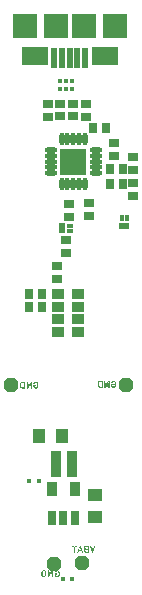
<source format=gbs>
G04 Layer_Color=16711935*
%FSLAX25Y25*%
%MOIN*%
G70*
G01*
G75*
%ADD60R,0.03556X0.02768*%
%ADD61R,0.04343X0.04737*%
%ADD66R,0.04737X0.04343*%
%ADD69R,0.03556X0.02375*%
%ADD70R,0.01784X0.02375*%
%ADD71R,0.02768X0.03556*%
%ADD83R,0.08595X0.08595*%
%ADD84O,0.01784X0.04343*%
%ADD85O,0.04343X0.01784*%
%ADD86R,0.01811X0.01378*%
%ADD87R,0.03359X0.08674*%
%ADD88R,0.03556X0.04737*%
%ADD89R,0.03162X0.04737*%
%ADD90R,0.08280X0.08280*%
%ADD91R,0.07887X0.08280*%
%ADD92R,0.09068X0.06115*%
%ADD93R,0.02375X0.07099*%
%ADD94R,0.03937X0.03248*%
%ADD95P,0.05127X8X22.5*%
%ADD96R,0.01457X0.01673*%
%ADD97R,0.02375X0.01784*%
%ADD98R,0.02375X0.03556*%
G36*
X927638Y349700D02*
X927267D01*
Y351397D01*
X926306Y349700D01*
X925887D01*
Y352022D01*
X926258D01*
Y350306D01*
X927223Y352022D01*
X927638D01*
Y349700D01*
D02*
G37*
G36*
X929065Y352044D02*
X929145Y352030D01*
X929221Y352015D01*
X929283Y351993D01*
X929338Y351975D01*
X929360Y351964D01*
X929378Y351957D01*
X929392Y351950D01*
X929403Y351942D01*
X929407Y351939D01*
X929410D01*
X929476Y351895D01*
X929534Y351848D01*
X929585Y351797D01*
X929625Y351749D01*
X929658Y351706D01*
X929683Y351669D01*
X929691Y351655D01*
X929698Y351644D01*
X929702Y351640D01*
Y351637D01*
X929735Y351560D01*
X929760Y351484D01*
X929778Y351403D01*
X929789Y351334D01*
X929796Y351273D01*
X929800Y351243D01*
X929804Y351221D01*
Y351203D01*
Y351189D01*
Y351182D01*
Y351178D01*
Y350494D01*
X929800Y350406D01*
X929785Y350322D01*
X929771Y350250D01*
X929749Y350188D01*
X929731Y350137D01*
X929713Y350097D01*
X929709Y350082D01*
X929702Y350071D01*
X929698Y350068D01*
Y350064D01*
X929654Y349998D01*
X929607Y349940D01*
X929560Y349893D01*
X929512Y349849D01*
X929469Y349820D01*
X929436Y349795D01*
X929410Y349780D01*
X929407Y349776D01*
X929403D01*
X929330Y349744D01*
X929254Y349718D01*
X929181Y349704D01*
X929112Y349689D01*
X929054Y349682D01*
X929028D01*
X929006Y349678D01*
X928963D01*
X928872Y349682D01*
X928792Y349696D01*
X928715Y349711D01*
X928650Y349733D01*
X928599Y349751D01*
X928577Y349758D01*
X928559Y349769D01*
X928544Y349773D01*
X928533Y349780D01*
X928530Y349784D01*
X928526D01*
X928461Y349827D01*
X928402Y349875D01*
X928351Y349926D01*
X928308Y349973D01*
X928279Y350017D01*
X928253Y350053D01*
X928246Y350068D01*
X928238Y350079D01*
X928235Y350082D01*
Y350086D01*
X928202Y350162D01*
X928177Y350242D01*
X928158Y350319D01*
X928144Y350392D01*
X928137Y350453D01*
Y350479D01*
X928133Y350501D01*
Y350519D01*
Y350534D01*
Y350541D01*
Y350545D01*
Y350974D01*
X928941D01*
Y350610D01*
X928526D01*
Y350537D01*
X928530Y350486D01*
X928533Y350435D01*
X928544Y350392D01*
X928551Y350355D01*
X928562Y350326D01*
X928573Y350301D01*
X928577Y350286D01*
X928581Y350282D01*
X928602Y350242D01*
X928628Y350210D01*
X928653Y350181D01*
X928679Y350159D01*
X928701Y350140D01*
X928719Y350126D01*
X928730Y350119D01*
X928734Y350115D01*
X928770Y350097D01*
X928810Y350082D01*
X928850Y350075D01*
X928886Y350068D01*
X928916Y350064D01*
X928941Y350060D01*
X928963D01*
X929010Y350064D01*
X929057Y350068D01*
X929097Y350079D01*
X929130Y350090D01*
X929159Y350097D01*
X929181Y350108D01*
X929196Y350111D01*
X929199Y350115D01*
X929236Y350137D01*
X929265Y350162D01*
X929290Y350188D01*
X929312Y350210D01*
X929330Y350231D01*
X929341Y350250D01*
X929349Y350261D01*
X929352Y350264D01*
X929370Y350301D01*
X929385Y350341D01*
X929392Y350381D01*
X929400Y350417D01*
X929403Y350446D01*
X929407Y350472D01*
Y350486D01*
Y350494D01*
Y351178D01*
X929403Y351232D01*
X929400Y351280D01*
X929392Y351323D01*
X929381Y351360D01*
X929370Y351389D01*
X929363Y351414D01*
X929360Y351429D01*
X929356Y351433D01*
X929334Y351473D01*
X929309Y351505D01*
X929283Y351535D01*
X929258Y351556D01*
X929236Y351575D01*
X929218Y351589D01*
X929207Y351596D01*
X929203Y351600D01*
X929163Y351622D01*
X929123Y351637D01*
X929087Y351647D01*
X929050Y351655D01*
X929021Y351658D01*
X928996Y351662D01*
X928974D01*
X928908Y351655D01*
X928879Y351651D01*
X928854Y351644D01*
X928832Y351637D01*
X928814Y351633D01*
X928803Y351626D01*
X928799D01*
X928741Y351593D01*
X928715Y351575D01*
X928693Y351560D01*
X928679Y351546D01*
X928664Y351531D01*
X928657Y351524D01*
X928653Y351520D01*
X928613Y351465D01*
X928588Y351414D01*
X928577Y351393D01*
X928570Y351374D01*
X928566Y351360D01*
Y351356D01*
X928151D01*
X928169Y351433D01*
X928191Y351502D01*
X928217Y351564D01*
X928246Y351615D01*
X928268Y351658D01*
X928289Y351691D01*
X928304Y351713D01*
X928308Y351720D01*
X928355Y351775D01*
X928402Y351822D01*
X928450Y351866D01*
X928497Y351899D01*
X928537Y351924D01*
X928570Y351946D01*
X928592Y351957D01*
X928595Y351960D01*
X928599D01*
X928664Y351990D01*
X928730Y352011D01*
X928792Y352026D01*
X928850Y352037D01*
X928901Y352044D01*
X928937Y352048D01*
X928974D01*
X929065Y352044D01*
D02*
G37*
G36*
X947865Y415244D02*
X947945Y415230D01*
X948021Y415215D01*
X948083Y415193D01*
X948138Y415175D01*
X948160Y415164D01*
X948178Y415157D01*
X948192Y415149D01*
X948203Y415142D01*
X948207Y415139D01*
X948211D01*
X948276Y415095D01*
X948334Y415048D01*
X948385Y414997D01*
X948425Y414949D01*
X948458Y414906D01*
X948483Y414869D01*
X948491Y414855D01*
X948498Y414844D01*
X948502Y414840D01*
Y414837D01*
X948534Y414760D01*
X948560Y414684D01*
X948578Y414604D01*
X948589Y414534D01*
X948596Y414472D01*
X948600Y414443D01*
X948604Y414422D01*
Y414403D01*
Y414389D01*
Y414382D01*
Y414378D01*
Y413694D01*
X948600Y413606D01*
X948585Y413522D01*
X948571Y413450D01*
X948549Y413388D01*
X948531Y413337D01*
X948513Y413297D01*
X948509Y413282D01*
X948502Y413271D01*
X948498Y413268D01*
Y413264D01*
X948454Y413199D01*
X948407Y413140D01*
X948360Y413093D01*
X948312Y413049D01*
X948269Y413020D01*
X948236Y412995D01*
X948211Y412980D01*
X948207Y412976D01*
X948203D01*
X948130Y412944D01*
X948054Y412918D01*
X947981Y412904D01*
X947912Y412889D01*
X947854Y412882D01*
X947828D01*
X947806Y412878D01*
X947763D01*
X947672Y412882D01*
X947592Y412896D01*
X947515Y412911D01*
X947450Y412933D01*
X947399Y412951D01*
X947377Y412958D01*
X947359Y412969D01*
X947344Y412973D01*
X947333Y412980D01*
X947330Y412984D01*
X947326D01*
X947260Y413027D01*
X947202Y413075D01*
X947151Y413126D01*
X947108Y413173D01*
X947079Y413217D01*
X947053Y413253D01*
X947046Y413268D01*
X947038Y413279D01*
X947035Y413282D01*
Y413286D01*
X947002Y413362D01*
X946977Y413442D01*
X946958Y413519D01*
X946944Y413592D01*
X946937Y413654D01*
Y413679D01*
X946933Y413701D01*
Y413719D01*
Y413734D01*
Y413741D01*
Y413744D01*
Y414174D01*
X947741D01*
Y413810D01*
X947326D01*
Y413737D01*
X947330Y413686D01*
X947333Y413635D01*
X947344Y413592D01*
X947351Y413555D01*
X947362Y413526D01*
X947373Y413501D01*
X947377Y413486D01*
X947381Y413482D01*
X947402Y413442D01*
X947428Y413410D01*
X947453Y413380D01*
X947479Y413359D01*
X947501Y413340D01*
X947519Y413326D01*
X947530Y413319D01*
X947534Y413315D01*
X947570Y413297D01*
X947610Y413282D01*
X947650Y413275D01*
X947686Y413268D01*
X947715Y413264D01*
X947741Y413260D01*
X947763D01*
X947810Y413264D01*
X947857Y413268D01*
X947898Y413279D01*
X947930Y413289D01*
X947959Y413297D01*
X947981Y413308D01*
X947996Y413311D01*
X947999Y413315D01*
X948036Y413337D01*
X948065Y413362D01*
X948090Y413388D01*
X948112Y413410D01*
X948130Y413431D01*
X948141Y413450D01*
X948149Y413461D01*
X948152Y413464D01*
X948170Y413501D01*
X948185Y413541D01*
X948192Y413581D01*
X948200Y413617D01*
X948203Y413646D01*
X948207Y413672D01*
Y413686D01*
Y413694D01*
Y414378D01*
X948203Y414432D01*
X948200Y414480D01*
X948192Y414523D01*
X948181Y414560D01*
X948170Y414589D01*
X948163Y414614D01*
X948160Y414629D01*
X948156Y414633D01*
X948134Y414673D01*
X948109Y414705D01*
X948083Y414735D01*
X948058Y414756D01*
X948036Y414775D01*
X948018Y414789D01*
X948007Y414796D01*
X948003Y414800D01*
X947963Y414822D01*
X947923Y414837D01*
X947887Y414847D01*
X947850Y414855D01*
X947821Y414858D01*
X947796Y414862D01*
X947774D01*
X947708Y414855D01*
X947679Y414851D01*
X947654Y414844D01*
X947632Y414837D01*
X947614Y414833D01*
X947603Y414826D01*
X947599D01*
X947541Y414793D01*
X947515Y414775D01*
X947493Y414760D01*
X947479Y414746D01*
X947464Y414731D01*
X947457Y414724D01*
X947453Y414720D01*
X947413Y414665D01*
X947388Y414614D01*
X947377Y414593D01*
X947370Y414574D01*
X947366Y414560D01*
Y414556D01*
X946951D01*
X946969Y414633D01*
X946991Y414702D01*
X947017Y414764D01*
X947046Y414815D01*
X947068Y414858D01*
X947089Y414891D01*
X947104Y414913D01*
X947108Y414920D01*
X947155Y414975D01*
X947202Y415022D01*
X947250Y415066D01*
X947297Y415099D01*
X947337Y415124D01*
X947370Y415146D01*
X947392Y415157D01*
X947395Y415160D01*
X947399D01*
X947464Y415190D01*
X947530Y415211D01*
X947592Y415226D01*
X947650Y415237D01*
X947701Y415244D01*
X947737Y415248D01*
X947774D01*
X947865Y415244D01*
D02*
G37*
G36*
X925345Y349700D02*
X925123D01*
Y350064D01*
X924962D01*
Y351658D01*
X924580D01*
X924496Y351655D01*
X924424Y351640D01*
X924358Y351622D01*
X924307Y351600D01*
X924267Y351575D01*
X924238Y351556D01*
X924220Y351542D01*
X924213Y351538D01*
X924169Y351491D01*
X924136Y351436D01*
X924114Y351382D01*
X924096Y351327D01*
X924089Y351280D01*
X924085Y351240D01*
X924082Y351225D01*
Y351214D01*
Y351207D01*
Y351203D01*
Y350519D01*
X924089Y350443D01*
X924103Y350377D01*
X924122Y350319D01*
X924147Y350272D01*
X924173Y350235D01*
X924191Y350206D01*
X924205Y350191D01*
X924213Y350184D01*
X924267Y350144D01*
X924325Y350115D01*
X924387Y350093D01*
X924446Y350079D01*
X924500Y350071D01*
X924540Y350068D01*
X924558Y350064D01*
X924962D01*
Y349700D01*
X924591D01*
X924486Y349704D01*
X924395Y349715D01*
X924311Y349733D01*
X924238Y349751D01*
X924205Y349758D01*
X924180Y349765D01*
X924154Y349776D01*
X924136Y349784D01*
X924122Y349791D01*
X924111Y349795D01*
X924103Y349798D01*
X924100D01*
X924027Y349838D01*
X923965Y349886D01*
X923914Y349933D01*
X923870Y349980D01*
X923838Y350020D01*
X923812Y350057D01*
X923798Y350079D01*
X923794Y350082D01*
Y350086D01*
X923758Y350159D01*
X923732Y350235D01*
X923714Y350308D01*
X923703Y350381D01*
X923692Y350439D01*
Y350464D01*
X923688Y350486D01*
Y350504D01*
Y350519D01*
Y350526D01*
Y350530D01*
Y351192D01*
X923692Y351287D01*
X923703Y351374D01*
X923721Y351451D01*
X923739Y351516D01*
X923761Y351567D01*
X923769Y351589D01*
X923776Y351607D01*
X923783Y351622D01*
X923790Y351633D01*
X923794Y351637D01*
Y351640D01*
X923838Y351706D01*
X923885Y351764D01*
X923940Y351815D01*
X923987Y351855D01*
X924034Y351884D01*
X924071Y351906D01*
X924085Y351913D01*
X924096Y351920D01*
X924100Y351924D01*
X924103D01*
X924183Y351957D01*
X924264Y351982D01*
X924347Y351997D01*
X924424Y352011D01*
X924489Y352019D01*
X924518D01*
X924544Y352022D01*
X924962D01*
Y351658D01*
X925123D01*
Y352022D01*
X925345D01*
Y349700D01*
D02*
G37*
G36*
X940936Y357900D02*
X940612D01*
X939844Y360222D01*
X940248D01*
X940772Y358537D01*
X941300Y360222D01*
X941704D01*
X940936Y357900D01*
D02*
G37*
G36*
X937649D02*
X937237D01*
X937084Y358340D01*
X937237D01*
Y358704D01*
X936958D01*
X937084Y358340D01*
X936189D01*
X936316Y358704D01*
X936014D01*
Y358340D01*
X936189D01*
X936036Y357900D01*
X935625D01*
X936498Y360222D01*
X936775D01*
X937649Y357900D01*
D02*
G37*
G36*
X939542D02*
X939349D01*
Y358260D01*
X939159D01*
Y358912D01*
X938581D01*
X938540Y358905D01*
X938508Y358901D01*
X938479Y358894D01*
X938457Y358886D01*
X938439Y358879D01*
X938428Y358875D01*
X938424Y358872D01*
X938395Y358857D01*
X938373Y358839D01*
X938351Y358821D01*
X938337Y358803D01*
X938322Y358785D01*
X938315Y358770D01*
X938307Y358763D01*
Y358759D01*
X938293Y358730D01*
X938286Y358701D01*
X938271Y358646D01*
Y358621D01*
X938268Y358602D01*
Y358588D01*
Y358584D01*
Y358581D01*
X938271Y358526D01*
X938282Y358479D01*
X938300Y358439D01*
X938315Y358406D01*
X938333Y358381D01*
X938351Y358359D01*
X938362Y358348D01*
X938366Y358344D01*
X938406Y358315D01*
X938453Y358297D01*
X938504Y358282D01*
X938551Y358271D01*
X938595Y358264D01*
X938632Y358260D01*
X939159D01*
Y357900D01*
X938581D01*
X938504Y357904D01*
X938431Y357911D01*
X938369Y357926D01*
X938315Y357940D01*
X938271Y357951D01*
X938238Y357965D01*
X938216Y357973D01*
X938209Y357976D01*
X938151Y358009D01*
X938104Y358042D01*
X938060Y358078D01*
X938027Y358115D01*
X938002Y358148D01*
X937980Y358173D01*
X937969Y358188D01*
X937965Y358195D01*
X937936Y358249D01*
X937918Y358308D01*
X937903Y358366D01*
X937893Y358417D01*
X937885Y358464D01*
X937882Y358501D01*
Y358515D01*
Y358526D01*
Y358530D01*
Y358533D01*
Y358537D01*
X937885Y358592D01*
X937889Y358639D01*
X937900Y358683D01*
X937907Y358723D01*
X937918Y358755D01*
X937929Y358777D01*
X937933Y358795D01*
X937936Y358799D01*
X937958Y358839D01*
X937984Y358879D01*
X938013Y358912D01*
X938038Y358941D01*
X938064Y358963D01*
X938082Y358977D01*
X938096Y358988D01*
X938100Y358992D01*
X938140Y359017D01*
X938184Y359039D01*
X938227Y359057D01*
X938264Y359068D01*
X938300Y359079D01*
X938326Y359087D01*
X938344Y359090D01*
X938351D01*
X938300Y359101D01*
X938253Y359116D01*
X938213Y359130D01*
X938177Y359149D01*
X938151Y359163D01*
X938129Y359174D01*
X938115Y359181D01*
X938111Y359185D01*
X938075Y359214D01*
X938045Y359243D01*
X938020Y359272D01*
X937998Y359301D01*
X937984Y359323D01*
X937973Y359341D01*
X937965Y359356D01*
X937962Y359360D01*
X937943Y359400D01*
X937933Y359440D01*
X937922Y359480D01*
X937918Y359516D01*
X937914Y359545D01*
X937911Y359571D01*
Y359585D01*
Y359593D01*
X937914Y359665D01*
X937922Y359727D01*
X937936Y359786D01*
X937951Y359837D01*
X937965Y359876D01*
X937980Y359906D01*
X937987Y359924D01*
X937991Y359931D01*
X938024Y359982D01*
X938060Y360026D01*
X938100Y360062D01*
X938140Y360091D01*
X938173Y360117D01*
X938202Y360131D01*
X938220Y360142D01*
X938224Y360146D01*
X938227D01*
X938289Y360171D01*
X938355Y360190D01*
X938417Y360204D01*
X938479Y360211D01*
X938530Y360219D01*
X938573Y360222D01*
X939159D01*
Y359862D01*
X939349D01*
Y360222D01*
X939542D01*
Y357900D01*
D02*
G37*
G36*
X935621Y359858D02*
X934977D01*
Y360033D01*
X934595D01*
Y359858D01*
X934977D01*
Y357900D01*
X934595D01*
Y359858D01*
X933950D01*
Y360222D01*
X935621D01*
Y359858D01*
D02*
G37*
G36*
X921965Y414944D02*
X922045Y414930D01*
X922121Y414915D01*
X922183Y414893D01*
X922238Y414875D01*
X922260Y414864D01*
X922278Y414857D01*
X922292Y414850D01*
X922303Y414842D01*
X922307Y414839D01*
X922311D01*
X922376Y414795D01*
X922434Y414748D01*
X922485Y414697D01*
X922525Y414649D01*
X922558Y414606D01*
X922583Y414569D01*
X922591Y414555D01*
X922598Y414544D01*
X922602Y414540D01*
Y414537D01*
X922635Y414460D01*
X922660Y414384D01*
X922678Y414303D01*
X922689Y414234D01*
X922696Y414173D01*
X922700Y414143D01*
X922704Y414121D01*
Y414103D01*
Y414089D01*
Y414081D01*
Y414078D01*
Y413393D01*
X922700Y413306D01*
X922685Y413222D01*
X922671Y413150D01*
X922649Y413088D01*
X922631Y413037D01*
X922613Y412997D01*
X922609Y412982D01*
X922602Y412971D01*
X922598Y412968D01*
Y412964D01*
X922554Y412898D01*
X922507Y412840D01*
X922460Y412793D01*
X922412Y412749D01*
X922369Y412720D01*
X922336Y412695D01*
X922311Y412680D01*
X922307Y412676D01*
X922303D01*
X922230Y412644D01*
X922154Y412618D01*
X922081Y412604D01*
X922012Y412589D01*
X921954Y412582D01*
X921928D01*
X921906Y412578D01*
X921863D01*
X921772Y412582D01*
X921692Y412596D01*
X921615Y412611D01*
X921550Y412633D01*
X921499Y412651D01*
X921477Y412658D01*
X921459Y412669D01*
X921444Y412673D01*
X921433Y412680D01*
X921430Y412684D01*
X921426D01*
X921360Y412727D01*
X921302Y412775D01*
X921251Y412826D01*
X921208Y412873D01*
X921179Y412917D01*
X921153Y412953D01*
X921146Y412968D01*
X921138Y412979D01*
X921135Y412982D01*
Y412986D01*
X921102Y413062D01*
X921077Y413142D01*
X921058Y413219D01*
X921044Y413292D01*
X921037Y413353D01*
Y413379D01*
X921033Y413401D01*
Y413419D01*
Y413434D01*
Y413441D01*
Y413445D01*
Y413874D01*
X921841D01*
Y413510D01*
X921426D01*
Y413437D01*
X921430Y413386D01*
X921433Y413335D01*
X921444Y413292D01*
X921451Y413255D01*
X921462Y413226D01*
X921473Y413201D01*
X921477Y413186D01*
X921481Y413182D01*
X921502Y413142D01*
X921528Y413110D01*
X921553Y413081D01*
X921579Y413059D01*
X921601Y413040D01*
X921619Y413026D01*
X921630Y413019D01*
X921634Y413015D01*
X921670Y412997D01*
X921710Y412982D01*
X921750Y412975D01*
X921786Y412968D01*
X921815Y412964D01*
X921841Y412960D01*
X921863D01*
X921910Y412964D01*
X921957Y412968D01*
X921998Y412979D01*
X922030Y412990D01*
X922059Y412997D01*
X922081Y413008D01*
X922096Y413011D01*
X922099Y413015D01*
X922136Y413037D01*
X922165Y413062D01*
X922190Y413088D01*
X922212Y413110D01*
X922230Y413131D01*
X922241Y413150D01*
X922249Y413161D01*
X922252Y413164D01*
X922270Y413201D01*
X922285Y413241D01*
X922292Y413281D01*
X922300Y413317D01*
X922303Y413346D01*
X922307Y413372D01*
Y413386D01*
Y413393D01*
Y414078D01*
X922303Y414132D01*
X922300Y414180D01*
X922292Y414223D01*
X922281Y414260D01*
X922270Y414289D01*
X922263Y414314D01*
X922260Y414329D01*
X922256Y414333D01*
X922234Y414373D01*
X922209Y414405D01*
X922183Y414435D01*
X922158Y414456D01*
X922136Y414475D01*
X922118Y414489D01*
X922107Y414496D01*
X922103Y414500D01*
X922063Y414522D01*
X922023Y414537D01*
X921987Y414547D01*
X921950Y414555D01*
X921921Y414558D01*
X921896Y414562D01*
X921874D01*
X921808Y414555D01*
X921779Y414551D01*
X921754Y414544D01*
X921732Y414537D01*
X921714Y414533D01*
X921703Y414526D01*
X921699D01*
X921641Y414493D01*
X921615Y414475D01*
X921593Y414460D01*
X921579Y414445D01*
X921564Y414431D01*
X921557Y414424D01*
X921553Y414420D01*
X921513Y414365D01*
X921488Y414314D01*
X921477Y414293D01*
X921470Y414274D01*
X921466Y414260D01*
Y414256D01*
X921051D01*
X921069Y414333D01*
X921091Y414402D01*
X921117Y414464D01*
X921146Y414515D01*
X921168Y414558D01*
X921189Y414591D01*
X921204Y414613D01*
X921208Y414620D01*
X921255Y414675D01*
X921302Y414722D01*
X921350Y414766D01*
X921397Y414799D01*
X921437Y414824D01*
X921470Y414846D01*
X921492Y414857D01*
X921495Y414860D01*
X921499D01*
X921564Y414890D01*
X921630Y414911D01*
X921692Y414926D01*
X921750Y414937D01*
X921801Y414944D01*
X921837Y414948D01*
X921874D01*
X921965Y414944D01*
D02*
G37*
G36*
X944145Y412900D02*
X943923D01*
Y413264D01*
X943762D01*
Y414858D01*
X943380D01*
X943297Y414855D01*
X943224Y414840D01*
X943158Y414822D01*
X943107Y414800D01*
X943067Y414775D01*
X943038Y414756D01*
X943020Y414742D01*
X943013Y414738D01*
X942969Y414691D01*
X942936Y414636D01*
X942914Y414582D01*
X942896Y414527D01*
X942889Y414480D01*
X942885Y414440D01*
X942882Y414425D01*
Y414414D01*
Y414407D01*
Y414403D01*
Y413719D01*
X942889Y413643D01*
X942903Y413577D01*
X942922Y413519D01*
X942947Y413472D01*
X942973Y413435D01*
X942991Y413406D01*
X943005Y413391D01*
X943013Y413384D01*
X943067Y413344D01*
X943125Y413315D01*
X943187Y413293D01*
X943246Y413279D01*
X943300Y413271D01*
X943340Y413268D01*
X943358Y413264D01*
X943762D01*
Y412900D01*
X943391D01*
X943286Y412904D01*
X943195Y412915D01*
X943111Y412933D01*
X943038Y412951D01*
X943005Y412958D01*
X942980Y412965D01*
X942954Y412976D01*
X942936Y412984D01*
X942922Y412991D01*
X942911Y412995D01*
X942903Y412998D01*
X942900D01*
X942827Y413038D01*
X942765Y413086D01*
X942714Y413133D01*
X942670Y413180D01*
X942638Y413220D01*
X942612Y413257D01*
X942598Y413279D01*
X942594Y413282D01*
Y413286D01*
X942558Y413359D01*
X942532Y413435D01*
X942514Y413508D01*
X942503Y413581D01*
X942492Y413639D01*
Y413664D01*
X942488Y413686D01*
Y413704D01*
Y413719D01*
Y413726D01*
Y413730D01*
Y414392D01*
X942492Y414487D01*
X942503Y414574D01*
X942521Y414651D01*
X942539Y414716D01*
X942561Y414767D01*
X942568Y414789D01*
X942576Y414807D01*
X942583Y414822D01*
X942590Y414833D01*
X942594Y414837D01*
Y414840D01*
X942638Y414906D01*
X942685Y414964D01*
X942740Y415015D01*
X942787Y415055D01*
X942834Y415084D01*
X942871Y415106D01*
X942885Y415113D01*
X942896Y415120D01*
X942900Y415124D01*
X942903D01*
X942984Y415157D01*
X943064Y415182D01*
X943147Y415197D01*
X943224Y415211D01*
X943289Y415219D01*
X943318D01*
X943344Y415222D01*
X943762D01*
Y414858D01*
X943923D01*
Y415222D01*
X944145D01*
Y412900D01*
D02*
G37*
G36*
X918245Y412600D02*
X918023D01*
Y412964D01*
X917862D01*
Y414558D01*
X917480D01*
X917397Y414555D01*
X917324Y414540D01*
X917258Y414522D01*
X917207Y414500D01*
X917167Y414475D01*
X917138Y414456D01*
X917120Y414442D01*
X917113Y414438D01*
X917069Y414391D01*
X917036Y414336D01*
X917014Y414282D01*
X916996Y414227D01*
X916989Y414180D01*
X916985Y414140D01*
X916982Y414125D01*
Y414114D01*
Y414107D01*
Y414103D01*
Y413419D01*
X916989Y413343D01*
X917003Y413277D01*
X917022Y413219D01*
X917047Y413171D01*
X917073Y413135D01*
X917091Y413106D01*
X917105Y413091D01*
X917113Y413084D01*
X917167Y413044D01*
X917225Y413015D01*
X917287Y412993D01*
X917346Y412979D01*
X917400Y412971D01*
X917440Y412968D01*
X917458Y412964D01*
X917862D01*
Y412600D01*
X917491D01*
X917386Y412604D01*
X917295Y412615D01*
X917211Y412633D01*
X917138Y412651D01*
X917105Y412658D01*
X917080Y412666D01*
X917054Y412676D01*
X917036Y412684D01*
X917022Y412691D01*
X917011Y412695D01*
X917003Y412698D01*
X917000D01*
X916927Y412738D01*
X916865Y412786D01*
X916814Y412833D01*
X916770Y412880D01*
X916738Y412920D01*
X916712Y412957D01*
X916698Y412979D01*
X916694Y412982D01*
Y412986D01*
X916658Y413059D01*
X916632Y413135D01*
X916614Y413208D01*
X916603Y413281D01*
X916592Y413339D01*
Y413364D01*
X916588Y413386D01*
Y413404D01*
Y413419D01*
Y413426D01*
Y413430D01*
Y414092D01*
X916592Y414187D01*
X916603Y414274D01*
X916621Y414351D01*
X916639Y414416D01*
X916661Y414467D01*
X916669Y414489D01*
X916676Y414507D01*
X916683Y414522D01*
X916690Y414533D01*
X916694Y414537D01*
Y414540D01*
X916738Y414606D01*
X916785Y414664D01*
X916840Y414715D01*
X916887Y414755D01*
X916934Y414784D01*
X916971Y414806D01*
X916985Y414813D01*
X916996Y414820D01*
X917000Y414824D01*
X917003D01*
X917083Y414857D01*
X917164Y414882D01*
X917247Y414897D01*
X917324Y414911D01*
X917389Y414919D01*
X917418D01*
X917444Y414922D01*
X917862D01*
Y414558D01*
X918023D01*
Y414922D01*
X918245D01*
Y412600D01*
D02*
G37*
G36*
X920538D02*
X920167D01*
Y414297D01*
X919206Y412600D01*
X918787D01*
Y414922D01*
X919158D01*
Y413206D01*
X920123Y414922D01*
X920538D01*
Y412600D01*
D02*
G37*
G36*
X946438Y412900D02*
X946067D01*
Y414598D01*
X945106Y412900D01*
X944687D01*
Y415222D01*
X945058D01*
Y413506D01*
X946023Y415222D01*
X946438D01*
Y412900D01*
D02*
G37*
%LPC*%
G36*
X926258Y350306D02*
X926218Y350235D01*
X926258Y350191D01*
Y350306D01*
D02*
G37*
G36*
X927267Y351505D02*
Y351397D01*
X927303Y351462D01*
X927267Y351505D01*
D02*
G37*
G36*
X936637Y359629D02*
X936316Y358704D01*
X936958D01*
X936637Y359629D01*
D02*
G37*
G36*
X939159Y359862D02*
X938646D01*
X938584Y359858D01*
X938533Y359851D01*
X938490Y359837D01*
X938453Y359826D01*
X938424Y359811D01*
X938402Y359796D01*
X938391Y359789D01*
X938388Y359786D01*
X938358Y359756D01*
X938337Y359720D01*
X938318Y359687D01*
X938307Y359651D01*
X938300Y359618D01*
X938297Y359593D01*
Y359578D01*
Y359571D01*
X938300Y359520D01*
X938311Y359476D01*
X938322Y359436D01*
X938337Y359407D01*
X938355Y359382D01*
X938366Y359363D01*
X938377Y359352D01*
X938380Y359349D01*
X938413Y359323D01*
X938453Y359305D01*
X938493Y359291D01*
X938533Y359283D01*
X938570Y359276D01*
X938599Y359272D01*
X939159D01*
Y358912D01*
X939349D01*
Y359272D01*
X939159D01*
Y359862D01*
D02*
G37*
G36*
X920167Y414405D02*
Y414297D01*
X920203Y414362D01*
X920167Y414405D01*
D02*
G37*
G36*
X919158Y413206D02*
X919118Y413135D01*
X919158Y413091D01*
Y413206D01*
D02*
G37*
G36*
X945058Y413506D02*
X945018Y413435D01*
X945058Y413391D01*
Y413506D01*
D02*
G37*
G36*
X946067Y414705D02*
Y414598D01*
X946103Y414662D01*
X946067Y414705D01*
D02*
G37*
%LPD*%
D60*
X954400Y476735D02*
D03*
Y481065D02*
D03*
X954300Y489765D02*
D03*
Y485435D02*
D03*
X947900Y490235D02*
D03*
Y494565D02*
D03*
X938600Y507565D02*
D03*
Y503235D02*
D03*
X925900Y507565D02*
D03*
Y503235D02*
D03*
X934267Y507615D02*
D03*
Y503285D02*
D03*
X930033Y507615D02*
D03*
Y503285D02*
D03*
X929000Y453465D02*
D03*
Y449135D02*
D03*
X932800Y469935D02*
D03*
Y474265D02*
D03*
X931800Y461965D02*
D03*
Y457635D02*
D03*
X939600Y470035D02*
D03*
Y474365D02*
D03*
D61*
X930440Y396900D02*
D03*
X922960D02*
D03*
D66*
X941700Y377140D02*
D03*
Y369660D02*
D03*
D69*
X951400Y466722D02*
D03*
D70*
X950514Y469478D02*
D03*
X952286D02*
D03*
D71*
X946535Y480700D02*
D03*
X950865D02*
D03*
X946435Y485800D02*
D03*
X950765D02*
D03*
X941035Y499500D02*
D03*
X945365D02*
D03*
X919570Y439852D02*
D03*
X923901D02*
D03*
X919570Y444052D02*
D03*
X923901D02*
D03*
D83*
X934363Y488282D02*
D03*
D84*
X930426Y480900D02*
D03*
X932395D02*
D03*
X934363D02*
D03*
X936331D02*
D03*
X938300D02*
D03*
Y495664D02*
D03*
X936331D02*
D03*
X934363D02*
D03*
X932395D02*
D03*
X930426D02*
D03*
D85*
X941745Y484345D02*
D03*
Y486313D02*
D03*
Y488282D02*
D03*
Y490250D02*
D03*
Y492219D02*
D03*
X926981D02*
D03*
Y490250D02*
D03*
Y488282D02*
D03*
Y486313D02*
D03*
Y484345D02*
D03*
D86*
X919446Y381900D02*
D03*
X922754D02*
D03*
X930746Y349200D02*
D03*
X934054D02*
D03*
D87*
X928442Y387400D02*
D03*
X933757D02*
D03*
D88*
X927260Y379021D02*
D03*
X934740D02*
D03*
D89*
X927260Y369572D02*
D03*
X931000D02*
D03*
X934740D02*
D03*
D90*
X937900Y533400D02*
D03*
X928451D02*
D03*
D91*
X948136D02*
D03*
X918215D02*
D03*
D92*
X944790Y523361D02*
D03*
X921561D02*
D03*
D93*
X938294Y522868D02*
D03*
X935735D02*
D03*
X933176D02*
D03*
X930616D02*
D03*
X928057D02*
D03*
D94*
X936024Y431447D02*
D03*
Y435679D02*
D03*
Y439911D02*
D03*
Y444144D02*
D03*
X929331D02*
D03*
Y439911D02*
D03*
Y435679D02*
D03*
Y431447D02*
D03*
D95*
X937300Y354300D02*
D03*
X927900Y354200D02*
D03*
X913600Y413800D02*
D03*
X951800Y413900D02*
D03*
D96*
X929932Y515229D02*
D03*
X931900D02*
D03*
X933869D02*
D03*
Y512571D02*
D03*
X932000D02*
D03*
X929932D02*
D03*
D97*
X933378Y466886D02*
D03*
Y465114D02*
D03*
D98*
X930622Y466000D02*
D03*
M02*

</source>
